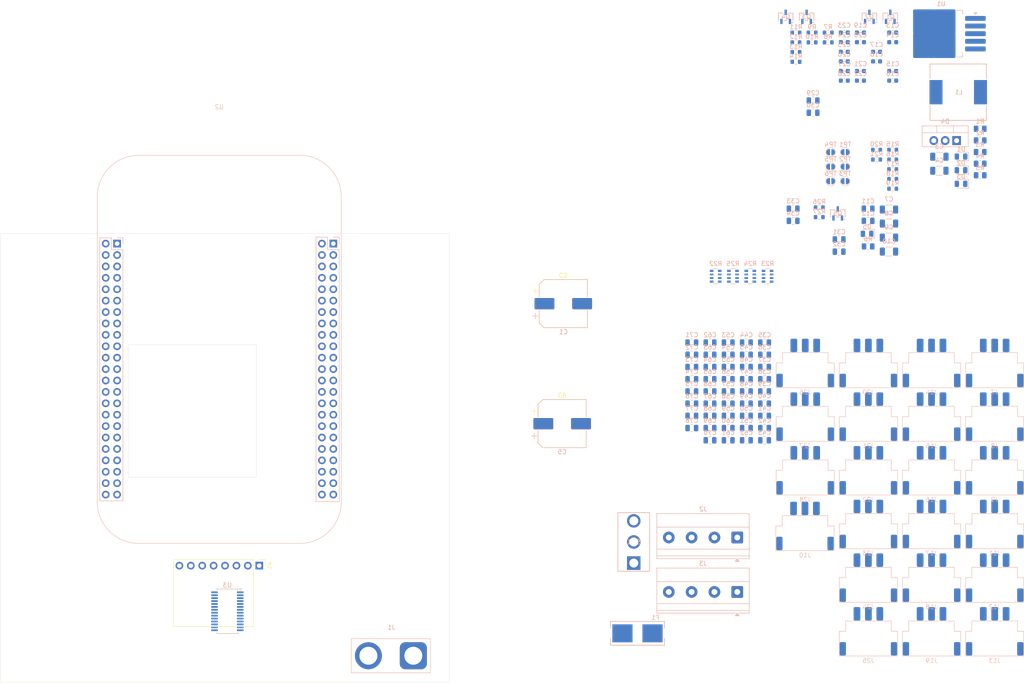
<source format=kicad_pcb>
(kicad_pcb (version 20241229) (generator "pcbnew") (generator_version "9.0")
  (layers (0 "F.Cu" signal) (2 "B.Cu" signal) (13 "F.Paste" user) (15 "B.Paste" user) (5 "F.SilkS" user "F.Silkscreen") (7 "B.SilkS" user "B.Silkscreen") (1 "F.Mask" user) (3 "B.Mask" user) (25 "Edge.Cuts" user))
  (net 0 "")
  (net 1 "+5V")
  (net 2 "GND")
  (net 3 "+3.3V")
  (net 4 "VCC")
  (net 5 "Net-(D1-K)")
  (net 6 "Net-(D2-K)")
  (net 7 "Net-(D3-K)")
  (net 8 "MPU6050_I2C_SCL")
  (net 9 "MPU6050_I2C_SDA")
  (net 10 "PCA9685_I2C_SCL")
  (net 11 "PCA9685_I2C_SDA")
  (net 12 "HCSR04_TRIG")
  (net 13 "HCSR04_ECHO")
  (net 14 "Net-(U1-SW)")
  (net 15 "BBAI_I2C_SCL")
  (net 16 "BBAI_I2C_SDA")
  (net 17 "BBAI_TRIG")
  (net 18 "BBAI_ECHO")
  (net 19 "BBAI_PWM1A")
  (net 25 "Net-(D5-A)")
  (net 26 "Net-(U1-FB)")
  (net 27 "Net-(U2-GPIO0_26)")
  (net 110 "/Servo Drivers/A0_0")
  (net 114 "/Servo Drivers/A1_0")
  (net 115 "/Servo Drivers/A2_0")
  (net 116 "/Servo Drivers/A3_0")
  (net 120 "/Servo Drivers/A4_0")
  (net 122 "/Servo Drivers/A5_0")
  (net 126 "Net-(U3-~{OE})")
  (net 170 "/Servo Drivers/CH0_5")
  (net 171 "/Servo Drivers/CH0_11")
  (net 172 "/Servo Drivers/CH0_9")
  (net 173 "/Servo Drivers/CH0_7")
  (net 174 "/Servo Drivers/CH0_1")
  (net 175 "/Servo Drivers/CH0_6")
  (net 176 "/Servo Drivers/CH0_14")
  (net 177 "/Servo Drivers/CH0_15")
  (net 178 "/Servo Drivers/CH0_13")
  (net 179 "/Servo Drivers/CH0_8")
  (net 180 "/Servo Drivers/CH0_12")
  (net 181 "/Servo Drivers/CH0_2")
  (net 182 "/Servo Drivers/CH0_10")
  (net 183 "/Servo Drivers/CH0_3")
  (net 184 "/Servo Drivers/CH0_0")
  (net 185 "/Servo Drivers/CH0_4")
  (net 189 "Net-(Q5-G)")
  (footprint "Capacitor_SMD:CP_Elec_10x10.5" (layer "F.Cu") (at 170.1425 99.33)
    (property "Reference" "C6")
    (property "Value" "330uF")
  )
  (footprint "Capacitor_SMD:CP_Elec_10x10.5" (layer "F.Cu") (at 170.3825 72.6)
    (property "Reference" "C2")
    (property "Value" "220uF")
  )
  (footprint "automative_hexapod:MPU6050" (layer "F.Cu") (at 93.808503 137.292 -90)
    (property "Reference" "J4")
    (property "Value" "MPU6050")
  )
  (footprint "automative_hexapod:JST-XH-SMD-3-2.54mm" (layer "B.Cu") (at 238.32 119.36 180)
    (property "Reference" "J23")
    (property "Value" "Connector" (hide yes))
  )
  (footprint "automative_hexapod:Ceramic_Cap_0603" (layer "B.Cu") (at 236.55 14.395 180)
    (property "Reference" "C20")
    (property "Value" "10uF" (hide yes))
  )
  (footprint "automative_hexapod:Ceramic_Cap_0603" (layer "B.Cu") (at 243.73 22.955 180)
    (property "Reference" "C16")
    (property "Value" "100nF" (hide yes))
  )
  (footprint "automative_hexapod:Ceramic_Cap_0805" (layer "B.Cu") (at 215.205 86.71 180)
    (property "Reference" "C37")
    (property "Value" "10uF" (hide yes))
  )
  (footprint "automative_hexapod:TO-220-3" (layer "B.Cu") (at 257.96 36.3 180)
    (property "Reference" "D4")
    (property "Value" "MBR20100CT")
  )
  (footprint "automative_hexapod:JST-XH-SMD-3-2.54mm" (layer "B.Cu") (at 224.2 119.8 180)
    (property "Reference" "J10")
    (property "Value" "Connector" (hide yes))
  )
  (footprint "automative_hexapod:R_Array_Convex_4x0603" (layer "B.Cu") (at 208.17 66.51 180)
    (property "Reference" "R25")
    (property "Value" "220Ohm" (hide yes))
  )
  (footprint "automative_hexapod:JST-XH-SMD-3-2.54mm" (layer "B.Cu") (at 266.44 119.36 180)
    (property "Reference" "J11")
    (property "Value" "Connector" (hide yes))
  )
  (footprint "automative_hexapod:FUSE_SMD_1808" (layer "B.Cu") (at 190.2588 146.0137 180)
    (property "Reference" "F1")
    (property "Value" "Fuse")
  )
  (footprint "automative_hexapod:Ceramic_Cap_0805" (layer "B.Cu") (at 221.56 51.455 180)
    (property "Reference" "C33")
    (property "Value" "10uF" (hide yes))
  )
  (footprint "automative_hexapod:Ceramic_Cap_1206" (layer "B.Cu") (at 254.12 43.015 180)
    (property "Reference" "C4")
    (property "Value" "1uF" (hide yes))
  )
  (footprint "automative_hexapod:TSSOP-28_4.4x9.7mm_P0.65mm" (layer "B.Cu") (at 95.6 141.1 180)
    (property "Reference" "U3")
    (property "Value" "PCA9685PW")
  )
  (footprint "automative_hexapod:JST-XH-SMD-3-2.54mm" (layer "B.Cu") (at 252.38 95.46 180)
    (property "Reference" "J15")
    (property "Value" "Connector" (hide yes))
  )
  (footprint "automative_hexapod:MTS-103_JCV" (layer "B.Cu") (at 186.0812 125.6685 180)
    (property "Reference" "SW1")
    (property "Value" "MTS-103")
  )
  (footprint "automative_hexapod:Ceramic_Cap_0805" (layer "B.Cu") (at 199.005 100.31 180)
    (property "Reference" "C78")
    (property "Value" "100nF" (hide yes))
  )
  (footprint "automative_hexapod:JST-XH-SMD-3-2.54mm" (layer "B.Cu") (at 252.38 83.51 180)
    (property "Reference" "J14")
    (property "Value" "Connector" (hide yes))
  )
  (footprint "automative_hexapod:R_Array_Convex_4x0603" (layer "B.Cu") (at 215.87 66.51 180)
    (property "Reference" "R23")
    (property "Value" "220Ohm" (hide yes))
  )
  (footprint "automative_hexapod:JST-XH-SMD-3-2.54mm" (layer "B.Cu") (at 252.38 131.31 180)
    (property "Reference" "J18")
    (property "Value" "Connector" (hide yes))
  )
  (footprint "automative_hexapod:Ceramic_Cap_0603" (layer "B.Cu") (at 232.96 20.815 180)
    (property "Reference" "C27")
    (property "Value" "10uF" (hide yes))
  )
  (footprint "automative_hexapod:Res_0805" (layer "B.Cu") (at 263.21 41.44 180)
    (property "Reference" "R4")
    (property "Value" "10.5kOhm" (hide yes))
  )
  (footprint "automative_hexapod:Res_0805" (layer "B.Cu") (at 263.21 44.03 180)
    (property "Reference" "R5")
    (property "Value" "2kOhm" (hide yes))
  )
  (footprint "automative_hexapod:SOT23" (layer "B.Cu") (at 224.5658 8.7554 180)
    (property "Reference" "Q3")
    (property "Value" "LN2302LT1G" (hide yes))
  )
  (footprint "automative_hexapod:JST-XH-SMD-3-2.54mm" (layer "B.Cu") (at 252.38 119.36 180)
    (property "Reference" "J17")
    (property "Value" "Connector" (hide yes))
  )
  (footprint "automative_hexapod:Ceramic_Cap_0805" (layer "B.Cu") (at 215.205 89.43 180)
    (property "Reference" "C38")
    (property "Value" "10uF" (hide yes))
  )
  (footprint "automative_hexapod:JST-XH-SMD-3-2.54mm" (layer "B.Cu") (at 238.32 107.41 180)
    (property "Reference" "J22")
    (property "Value" "Connector" (hide yes))
  )
  (footprint "automative_hexapod:Ceramic_Cap_0603" (layer "B.Cu") (at 232.96 12.255 180)
    (property "Reference" "C23")
    (property "Value" "100nF" (hide yes))
  )
  (footprint "automative_hexapod:Res_0805" (layer "B.Cu") (at 263.21 36.26 180)
    (property "Reference" "R2")
    (property "Value" "5.6kOhm" (hide yes))
  )
  (footprint "automative_hexapod:Ceramic_Cap_0805" (layer "B.Cu") (at 199.005 92.15 180)
    (property "Reference" "C75")
    (property "Value" "100nF" (hide yes))
  )
  (footprint "automative_hexapod:IND_CDRH127_LDNP-470MC_SUM" (layer "B.Cu") (at 258.3242 25.525 180)
    (property "Reference" "L1")
    (property "Value" "27uH 5.7A" (hide yes))
  )
  (footprint "automative_hexapod:SolderBridgeOpen" (layer "B.Cu") (at 233.141985 42.114045 180)
    (property "Reference" "TP2")
    (property "Value" "~" (hide yes))
  )
  (footprint "automative_hexapod:Ceramic_Cap_1206" (layer "B.Cu") (at 242.9 54.775 180)
    (property "Reference" "C8")
    (property "Value" "22uF" (hide yes))
  )
  (footprint "automative_hexapod:Ceramic_Cap_0603" (layer "B.Cu") (at 243.73 12.255 180)
    (property "Reference" "C13")
    (property "Value" "10uF" (hide yes))
  )
  (footprint "automative_hexapod:Ceramic_Cap_0805" (layer "B.Cu") (at 207.105 100.31 180)
    (property "Reference" "C60")
    (property "Value" "10uF" (hide yes))
  )
  (footprint "automative_hexapod:Ceramic_Cap_0805" (layer "B.Cu") (at 231.8 58.315 180)
    (property "Reference" "C31")
    (property "Value" "10uF" (hide yes))
  )
  (footprint "automative_hexapod:Res_0603" (layer "B.Cu") (at 229.37 14.4325 180)
    (property "Reference" "R8")
    (property "Value" "10kOhm" (hide yes))
  )
  (footprint "automative_hexapod:Ceramic_Cap_0805" (layer "B.Cu") (at 199.005 86.71 180)
    (property "Reference" "C73")
    (property "Value" "10uF" (hide yes))
  )
  (footprint "automative_hexapod:Ceramic_Cap_0805" (layer "B.Cu") (at 207.105 83.99 180)
    (property "Reference" "C54")
    (property "Value" "100nF" (hide yes))
  )
  (footprint "automative_hexapod:Ceramic_Cap_0805" (layer "B.Cu") (at 211.155 83.99 180)
    (property "Reference" "C45")
    (property "Value" "100nF" (hide yes))
  )
  (footprint "automative_hexapod:TO-263-5" (layer "B.Cu") (at 254.5 12.5 180)
    (property "Reference" "U1")
    (property "Value" "XL4005E1")
  )
  (footprint "automative_hexapod:Ceramic_Cap_0805" (layer "B.Cu") (at 203.055 81.27 180)
    (property "Reference" "C62")
    (property "Value" "10uF" (hide yes))
  )
  (footprint "automative_hexapod:Ceramic_Cap_0805" (layer "B.Cu") (at 203.055 94.87 180)
    (property "Reference" "C67")
    (property "Value" "100nF" (hide yes))
  )
  (footprint "automative_hexapod:SolderBridgeOpen" (layer "B.Cu") (at 229.915955 45.340075 180)
    (property "Reference" "TP6")
    (property "Value" "~" (hide yes))
  )
  (footprint "automative_hexapod:JST-XH-SMD-3-2.54mm" (layer "B.Cu") (at 266.44 143.26 180)
    (property "Reference" "J13")
    (property "Value" "Connector" (hide yes))
  )
  (footprint "automative_hexapod:Ceramic_Cap_0603" (layer "B.Cu") (at 243.73 20.815 180)
    (property "Reference" "C15")
    (property "Value" "100nF" (hide yes))
  )
  (footprint "automative_hexapod:SolderBridgeOpen" (layer "B.Cu") (at 229.915955 38.888015 180)
    (property "Reference" "TP4")
    (property "Value" "~" (hide yes))
  )
  (footprint "automative_hexapod:Res_0603" (layer "B.Cu") (at 243.73 40.5225 180)
    (property "Reference" "R16")
    (property "Value" "10kOhm" (hide yes))
  )
  (footprint "automative_hexapod:Ceramic_Cap_0805" (layer "B.Cu") (at 215.205 103.03 180)
    (property "Reference" "C43")
    (property "Value" "100nF" (hide yes))
  )
  (footprint "automative_hexapod:Res_0603" (layer "B.Cu") (at 222.19 16.5975 180)
    (property "Reference" "R13")
    (property "Value" "10kOhm" (hide yes))
  )
  (footprint "automative_hexapod:Ceramic_Cap_0805" (layer "B.Cu") (at 211.155 100.31 180)
    (property "Reference" "C51")
    (property "Value" "10uF" (hide yes))
  )
  (footprint "automative_hexapod:LED_0805" (layer "B.Cu") (at 258.95 42.895 180)
    (property "Reference" "D2")
    (property "Value" "5V")
  )
  (footprint "automative_hexapod:Ceramic_Cap_0805" (layer "B.Cu") (at 226 27.385 180)
    (property "Reference" "C29")
    (property "Value" "10uF" (hide yes))
  )
  (footprint "automative_hexapod:Ceramic_Cap_0805" (layer "B.Cu") (at 211.155 86.71 180)
    (property "Reference" "C46")
    (property "Value" "100nF" (hide yes))
  )
  (footprint "automative_hexapod:SOT23" (layer "B.Cu") (at 238.5386 8.7554 180)
    (property "Reference" "Q2")
    (property "Value" "LN2302LT1G" (hide yes))
  )
  (footprint "automative_hexapod:Ceramic_Cap_0805" (layer "B.Cu") (at 221.56 54.175 180)
    (property "Reference" "C34")
    (property "Value" "100nF" (hide yes))
  )
  (footprint "automative_hexapod:JST-XH-SMD-3-2.54mm" (layer "B.Cu") (at 224.26 107.41 180)
    (property "Reference" "J28")
    (property "Value" "Connector" (hide yes))
  )
  (footprint "automative_hexapod:JST-XH-SMD-3-2.54mm" (layer "B.Cu") (at 238.32 95.46 180)
    (property "Reference" "J21")
    (property "Value" "Connector" (hide yes))
  )
  (footprint "automative_hexapod:SOT23" (layer "B.Cu") (at 231.4962 52.5254 180)
    (property "Reference" "Q5")
    (property "Value" "LN2302LT1G" (hide yes))
  )
  (footprint "automative_hexapod:Ceramic_Cap_0603" (layer "B.Cu") (at 232.96 16.535 180)
    (property "Reference" "C25")
    (property "Value" "100nF" (hide yes))
  )
  (footprint "automative_hexapod:Ceramic_Cap_0805" (layer "B.Cu") (at 211.155 92.15 180)
    (property "Reference" "C48")
    (property "Value" "10uF" (hide yes))
  )
  (footprint "automative_hexapod:R_Array_Convex_4x0603" (layer "B.Cu") (at 212.02 66.51 180)
    (property "Reference" "R24")
    (property "Value" "220Ohm" (hide yes))
  )
  (footprint "automative_hexapod:LED_0805" (layer "B.Cu") (at 258.95 39.855 180)
    (property "Reference" "D1")
    (property "Value" "PIN")
  )
  (footprint "automative_hexapod:Ceramic_Cap_0805" (layer "B.Cu") (at 207.105 94.87 180)
    (property "Reference" "C58")
    (property "Value" "100nF" (hide yes))
  )
  (footprint "automative_hexapod:Ceramic_Cap_0805" (layer "B.Cu") (at 203.055 100.31 180)
    (property "Reference" "C69")
    (property "Value" "10uF" (hide yes))
  )
  (footprint "automative_hexapod:JST-XH-SMD-3-2.54mm" (layer "B.Cu") (at 238.32 143.26 180)
    (property "Reference" "J25")
    (property "Value" "Connector" (hide yes))
  )
  (footprint "automative_hexapod:SolderBridgeOpen" (layer "B.Cu") (at 229.915955 42.114045 180)
    (property "Reference" "TP5")
    (property "Value" "~" (hide yes))
  )
  (footprint "automative_hexapod:Ceramic_Cap_0603" (layer "B.Cu") (at 236.55 22.955 180)
    (property "Reference" "C22")
    (property "Value" "10uF" (hide yes))
  )
  (footprint "automative_hexapod:JST-XH-SMD-3-2.54mm" (layer "B.Cu") (at 252.38 143.26 180)
    (property "Reference" "J19")
    (property "Value" "Connector" (hide yes))
  )
  (footprint "automative_hexapod:R_Array_Convex_4x0603" (layer "B.Cu") (at 204.32 66.51 180)
    (property "Reference" "R22")
    (property "Value" "220Ohm" (hide yes))
  )
  (footprint "automative_hexapod:JST-XH-SMD-3-2.54mm" (layer "B.Cu") (at 238.32 83.51 180)
    (property "Reference" "J20")
    (property "Value" "Connector" (hide yes))
  )
  (footprint "automative_hexapod:Ceramic_Cap_0603" (layer "B.Cu") (at 232.96 18.675 180)
    (property "Reference" "C26")
    (property "Value" "100nF" (hide yes))
  )
  (footprint "automative_hexapod:Ceramic_Cap_0805" (layer "B.Cu") (at 203.055 97.59 180)
    (property "Reference" "C68")
    (property "Value" "100nF" (hide yes))
  )
  (footprint "automative_hexapod:Ceramic_Cap_0805" (layer "B.Cu") (at 207.105 81.27 180)
    (property "Reference" "C53")
    (property "Value" "100nF" (hide yes))
  )
  (footprint "automative_hexapod:Ceramic_Cap_0603" (layer "B.Cu") (at 232.96 22.955 180)
    (property "Reference" "C28")
    (property "Value" "10uF" (hide yes))
  )
  (footprint "automative_hexapod:Ceramic_Cap_0805" (layer "B.Cu") (at 203.055 83.99 180)
    (property "Reference" "C63")
    (property "Value" "10uF" (hide yes))
  )
  (footprint "automative_hexapod:Ceramic_Cap_1206" (layer "B.Cu") (at 242.9 61.015 180)
    (property "Reference" "C10")
    (property "Value" "22uF" (hide yes))
  )
  (footprint "Capacitor_SMD:CP_Elec_10x10.5" (layer "B.Cu") (at 170.135 99.3175)
    (property "Reference" "C5")
    (property "Value" "330uF")
  )
  (footprint "automative_hexapod:Ceramic_Cap_0805" (layer "B.Cu") (at 207.105 89.43 180)
    (property "Reference" "C56")
    (property "Value" "100nF" (hide yes))
  )
  (footprint "automative_hexapod:Ceramic_Cap_0603" (layer "B.Cu") (at 232.96 14.395 180)
    (property "Reference" "C24")
    (property "Value" "100nF" (hide yes))
  )
  (footprint "automative_hexapod:Res_0603" (layer "B.Cu") (at 222.19 12.2675 180)
    (property "Reference" "R11")
    (property "Value" "10kOhm" (hide yes))
  )
  (footprint "automative_hexapod:Ceramic_Cap_0805" (layer "B.Cu") (at 207.105 103.03 180)
    (property "Reference" "C61")
    (property "Value" "10uF" (hide yes))
  )
  (footprint "automative_hexapod:JST-XH-SMD-3-2.54mm" (layer "B.Cu") (at 266.44 95.46 180)
    (property "Reference" "J8")
    (property "Value" "Connector" (hide yes))
  )
  (footprint "automative_hexapod:Ceramic_Cap_0805" (layer "B.Cu") (at 211.155 81.27 180)
    (property "Reference" "C44")
    (property "Value" "100nF" (hide yes))
  )
  (footprint "automative_hexapod:Ceramic_Cap_0805" (layer "B.Cu") (at 207.105 92.15 180)
    (property "Reference" "C57")
    (property "Value" "100nF" (hide yes))
  )
  (footprint "automative_hexapod:JST-XH-SMD-3-2.54mm" (layer "B.Cu") (at 252.38 107.41 180)
    (property "Reference" "J16")
    (property "Value" "Connector" (hide yes))
  )
  (footprint "automative_hexapod:SolderBridgeOpen" (layer "B.Cu") (at 233.141985 45.340075 180)
    (property "Reference" "TP3")
    (property "Value" "~" (hide yes))
  )
  (footprint "automative_hexapod:Ceramic_Cap_0805" (layer "B.Cu") (at 226 30.105 180)
    (property "Reference" "C30")
    (property "Value" "100nF" (hide yes))
  )
  (footprint "automative_hexapod:Ceramic_Cap_0805" (layer "B.Cu") (at 207.105 86.71 180)
    (property "Reference" "C55")
    (property "Value" "100nF" (hide yes))
  )
  (footprint "automative_hexapod:Ceramic_Cap_0805" (layer "B.Cu") (at 203.055 92.15 180)
    (property "Reference" "C66")
    (property "Value" "100nF" (hide yes))
  )
  (footprint "automative_hexapod:Ceramic_Cap_0805" (layer "B.Cu") (at 238.25 54.175 180)
    (property "Reference" "C12")
    (property "Value" "100nF" (hide yes))
  )
  (footprint "automative_hexapod:JST-XH-SMD-3-2.54mm" (layer "B.Cu") (at 224.26 95.46 180)
    (property "Reference" "J27")
    (property "Value" "Connector" (hide yes))
  )
  (footprint "automative_hexapod:Res_0603" (layer "B.Cu") (at 240.14 40.5225 180)
    (property "Reference" "R21")
    (property "Value" "10kOhm" (hide yes))
  )
  (footprint "automative_hexapod:LED_0805" (layer "B.Cu") (at 238.03 57.055 180)
    (property "Reference" "D5")
    (property "Value" "LED_0805")
  )
  (footprint "automative_hexapod:Ceramic_Cap_0805" (layer "B.Cu") (at 211.155 89.43 180)
    (property "Reference" "C47")
    (property "Value" "10uF" (hide yes))
  )
  (footprint "automative_hexapod:Ceramic_Cap_0805" (layer "B.Cu") (at 211.155 97.59 180)
    (property "Reference" "C50")
    (property "Value" "10uF" (hide yes))
  )
  (footprint "automative_hexapod:Ceramic_Cap_0805" (layer "B.Cu") (at 238.25 51.455 180)
    (property "Reference" "C11")
    (property "Value" "100nF" (hide yes))
  )
  (footprint "automative_hexapod:Ceramic_Cap_0805" (layer "B.Cu") (at 199.005 89.43 180)
    (property "Reference" "C74")
    (property "Value" "100nF" (hide yes))
  )
  (footprint "automative_hexapod:Ceramic_Cap_0805" (layer "B.Cu") (at 215.205 97.59 180)
    (property "Reference" "C41")
    (property "Value" "100nF" (hide yes))
  )
  (footprint "automative_hexapod:JST-XH-SMD-3-2.54mm" (layer "B.Cu") (at 266.44 83.51 180)
    (property "Reference" "J7")
    (property "Value" "Connector" (hide yes))
  )
  (footprint "automative_hexapod:Res_0603" (layer "B.Cu") (at 222.19 14.4325 180)
    (property "Reference" "R12")
    (property "Value" "10kOhm" (hide yes))
  )
  (footprint "automative_hexapod:Ceramic_Cap_0805" (layer "B.Cu") (at 215.205 92.15 180)
    (property "Reference" "C39")
    (property "Value" "10uF" (hide yes))
  )
  (footprint "automative_hexapod:Ceramic_Cap_1206" (layer "B.Cu") (at 242.9 57.895 180)
    (property "Reference" "C9")
    (property "Value" "22uF" (hide yes))
  )
  (footprint "automative_hexapod:Res_0603" (layer "B.Cu") (at 240.14 38.3575 180)
    (property "Reference" "R20")
    (property "Value" "10kOhm" (hide yes))
  )
  (footprint "automative_hexapod:Ceramic_Cap_0603" (layer "B.Cu") (at 243.73 14.395 180)
    (property "Reference" "C14")
    (property "Value" "10uF" (hide yes))
  )
  (footprint "automative_hexapod:Ceramic_Cap_1206" (layer "B.Cu") (at 254.12 39.895 180)
    (property "Reference" "C3")
    (property "Value" "1uF" (hide yes))
  )
  (footprint "automative_hexapod:Ceramic_Cap_0805" (layer "B.Cu") (at 203.055 89.43 180)
    (property "Reference" "C65")
    (property "Value" "100nF" (hide yes))
  )
  (footprint "automative_hexapod:Res_0603" (layer "B.Cu") (at 225.78 14.4325 180)
    (property "Reference" "R10")
    (property "Value" "10kOhm" (hide yes))
  )
  (footprint "automative_hexapod:Res_0603" (layer "B.Cu") (at 243.73 47.0175 180)
    (property "Reference" "R19")
    (property "Value" "10kOhm" (hide yes))
  )
  (footprint "automative_hexapod:JST-XH-SMD-3-2.54mm" (layer "B.Cu") (at 238.32 131.31 180)
    (property "Reference" "J24")
    (property "Value" "Connector" (hide yes))
  )
  (footprint "automative_hexapod:Ceramic_Cap_0805" (layer "B.Cu") (at 203.055 86.71 180)
    (property "Reference" "C64")
    (property "Value" "100nF" (hide yes))
  )
  (footprint "automative_hexapod:Ceramic_Cap_0805" (layer "B.Cu") (at 215.205 94.87 180)
    (property "Reference" "C40")
    (property "Value" "10uF" (hide yes))
  )
  (footprint "automative_hexapod:JST-XH-SMD-3-2.54mm" (layer "B.Cu") (at 266.44 131.31 180)
    (property "Reference" "J12")
    (property "Value" "Connector" (hide yes))
  )
  (footprint "automative_hexapod:JST-XH-SMD-3-2.54mm" (layer "B.Cu") (at 224.26 83.51 180)
    (property "Reference" "J26")
    (property "Value" "Connector" (hide yes))
  )
  (footprint "automative_hexapod:Ceramic_Cap_0603" (layer "B.Cu") (at 236.55 12.255 180)
    (property "Reference" "C19")
    (property "Value" "10uF" (hide yes))
  )
  (footprint "automative_hexapod:Connector-Pin" (layer "B.Cu") (at 132 151 180)
    (property "Reference" "J1")
    (property "Value" "Pin Connector" (hide yes))
  )
  (footprint "automative_hexapod:Res_0603" (layer "B.Cu") (at 243.73 38.3575 180)
    (property "Reference" "R15")
    (property "Value" "10kOhm" (hide yes))
  )
  (footprint "automative_hexapod:Ceramic_Cap_0805" (layer "B.Cu") (at 215.205 100.31 180)
    (property "Reference" "C42")
    (property "Value" "100nF" (hide yes))
  )
  (footprint "automative_hexapod:Ceramic_Cap_0603" (layer "B.Cu") (at 240.14 18.675 180)
    (property "Reference" "C18")
    (property "Value" "100nF" (hide yes))
  )
  (footprint "automative_hexapod:Res_0805" (layer "B.Cu") (at 238.26 59.87 180)
    (property "Reference" "R6")
    (property "Value" "1K/1%/1/8W" (hide yes))
  )
  (footprint "automative_hexapod:Res_0603" (layer "B.Cu") (at 243.73 42.6875 180)
    (property "Reference" "R17")
    (property "Value" "10kOhm" (hide yes))
  )
  (footprint "automative_hexapod:Ceramic_Cap_0805" (layer "B.Cu") (at 199.005 83.99 180)
    (property "Reference" "C72")
    (property "Value" "10uF" (hide yes))
  )
  (footprint "automative_hexapod:Res_0603" (layer "B.Cu") (at 225.78 12.2675 180)
    (property "Reference" "R9")
    (property "Value" "10kOhm" (hide yes))
  )
  (footprint "automative_hexapod:SOT23" (layer "B.Cu") (at 243.1962 8.7554 180)
    (property "Reference" "Q1")
    (property "Value" "LN2302LT1G" (hide yes))
  )
  (footprint "automative_hexapod:Ceramic_Cap_1206" (layer "B.Cu") (at 242.9 51.655 180)
    (property "Reference" "C7")
    (property "Value" "22uF" (hide yes))
  )
  (footprint "automative_hexapod:Res_0805" (layer "B.Cu") (at 263.21 33.67 180)
    (property "Reference" "R1")
    (property "Value" "10.5kOhm" (hide yes))
  )
  (footprint "automative_hexapod:Res_0603" (layer "B.Cu") (at 227.38 53.3425 180)
    (property "Reference" "R27")
    (property "Value" "10kOhm" (hide yes))
  )
  (footprint "Capacitor_SMD:CP_Elec_10x10.5" (layer "B.Cu") (at 170.4 72.6)
    (property "Reference" "C1")
    (property "Value" "220uF")
  )
  (footprint "automative_hexapod:Ceramic_Cap_0805" (layer "B.Cu") (at 207.105 97.59 180)
    (property "Reference" "C59")
    (property "Value" "10uF" (hide yes))
  )
  (footprint "automative_hexapod:Ceramic_Cap_0603" (layer "B.Cu") (at 240.14 16.535 180)
    (property "Reference" "C17")
    (property "Value" "100nF" (hide yes))
  )
  (footprint "automative_hexapod:JST-XH-SMD-3-2.54mm" (layer "B.Cu") (at 266.44 107.41 180)
    (property "Reference" "J9")
    (property "Value" "Connector" (hide yes))
  )
  (footprint "automative_hexapod:Ceramic_Cap_0805" (layer "B.Cu") (at 215.205 83.99 180)
    (property "Reference" "C36")
    (property "Value" "10uF" (hide yes))
  )
  (footprint "automative_hexapod:Ceramic_Cap_0805" (layer "B.Cu") (at 211.155 94.87 180)
    (property "Reference" "C49")
    (property "Value" "10uF" (hide yes))
  )
  (footprint "automative_hexapod:Ceramic_Cap_0805" (layer "B.Cu") (at 231.8 61.035 180)
    (property "Reference" "C32")
    (property "Value" "100nF" (hide yes))
  )
  (footprint "automative_hexapod:Ceramic_Cap_0805" (layer "B.Cu") (at 215.205 81.27 180)
    (property "Reference" "C35")
    (property "Value" "10uF" (hide yes))
  )
  (footprint "automative_hexapod:Res_0603" (layer "B.Cu") (at 243.73 44.8525 180)
    (property "Reference" "R18")
    (property "Value" "10kOhm" (hide yes))
  )
  (footprint "automative_hexapod:Ceramic_Cap_0805" (layer "B.Cu") (at 203.055 103.03 180)
    (property "Reference" "C70")
    (property "Value" "10uF" (hide yes))
  )
  (footprint "automative_hexapod:BeagleBone_AI" (layer "B.Cu") (at 93.79 87.18 180)
    (property "Reference" "U2")
    (property "Value" "~")
  )
  (footprint "automative_hexapod:SOT23" (layer "B.Cu") (at 219.9082 8.7554 180)
    (property "Reference" "Q4")
    (property "Value" "LN2302LT1G" (hide yes))
  )
  (footprint "automative_hexapod:LED_0805" (layer "B.Cu") (at 258.95 45.935 180)
    (property "Reference" "D3")
    (property "Value" "3.3V")
  )
  (footprint "automative_hexapod:Ceramic_Cap_0805" (layer "B.Cu") (at 199.005 97.59 180)
    (property "Reference" "C77")
    (property "Value" "100nF" (hide yes))
  )
  (footprint "automative_hexapod:Ceramic_Cap_0805" (layer "B.Cu") (at 199.005 94.87 180)
    (property "Reference" "C76")
    (property "Value" "100nF" (hide yes))
  )
  (footprint "automative_hexapod:Ceramic_Cap_0805" (layer "B.Cu") (at 211.155 103.03 180)
    (property "Reference" "C52")
    (property "Value" "10uF" (hide yes))
  )
  (footprint "automative_hexapod:Res_0603" (layer "B.Cu") (at 227.38 51.1775 180)
    (property "Reference" "R26")
    (property "Value" "4.7Ohm" (hide yes))
  )
  (footprint "automative_hexapod:Res_0603" (layer "B.Cu") (at 229.37 12.2675 180)
    (property "Reference" "R7")
    (property "Value" "10kOhm" (hide yes))
  )
  (footprint "automative_hexapod:Ceramic_Cap_0805" (layer "B.Cu") (at 199.005 81.27 180)
    (property "Reference" "C71")
    (property "Value" "10uF" (hide yes))
  )
  (footprint "automative_hexapod:TerminalBlock_Phoenix_MKDS-1,5-4-5.08_1x04_P5.08mm_Horizontal" (layer "B.Cu") (at 209.12 136.7975 180)
    (property "Reference" "J3")
    (property "Value" "Connector")
  )
  (footprint "automative_hexapod:TerminalBlock_Phoenix_MKDS-1,5-4-5.08_1x04_P5.08mm_Horizontal" (layer "B.Cu") (at 209.12 124.6725 180)
    (property "Reference" "J2")
    (property "Value" "Connector")
  )
  (footprint "automative_hexapod:Ceramic_Cap_0603" (layer "B.Cu") (at 236.55 20.815 180)
    (property "Reference" "C21")
    (property "Value" "10uF" (hide yes))
  )
  (footprint "automative_hexapod:Res_0805" (layer "B.Cu") (at 263.21 38.85 180)
    (property "Reference" "R3")
    (property "Value" "2kOhm" (hide yes))
  )
  (footprint "automative_hexapod:Res_0603" (layer "B.Cu") (at 222.19 18.7625 180)
    (property "Reference" "R14")
    (property "Value" "10kOhm" (hide yes))
  )
  (footprint "automative_hexapod:SolderBridgeOpen" (layer "B.Cu") (at 233.141985 38.888015 180)
    (property "Reference" "TP1")
    (property "Value" "~" (hide yes))
  )
  (gr_rect (start 45 57) (end 145 157) (stroke (width 0.05)) (fill no) (layer "Edge.Cuts"))
  (gr_rect (start 73.594 81.735) (end 102 111.265) (stroke (width 0.05)) (fill no) (layer "Edge.Cuts"))
)
</source>
